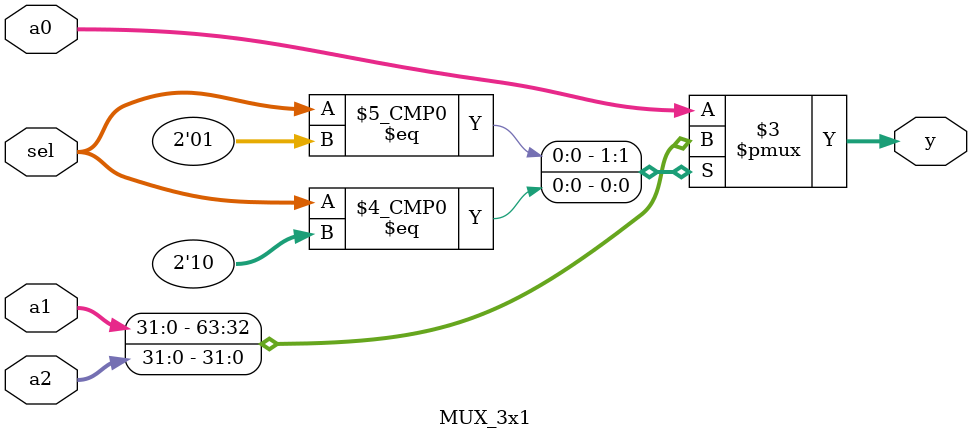
<source format=sv>
`timescale 1ns / 1ps
module MUX_3x1 #(parameter WIDTH = 32)(
    input  logic [WIDTH-1:0] a0,   // normal
    input  logic [WIDTH-1:0] a1,   // from MEM/WB (wdata)
    input  logic [WIDTH-1:0] a2,   // from EX/MEM (ALU result)
    input  logic [1:0]       sel,
    output logic [WIDTH-1:0] y
);
    always_comb begin
        case (sel)
            2'b00: y = a0;
            2'b01: y = a1;
            2'b10: y = a2;
            default: y = a0;
        endcase
    end
endmodule

</source>
